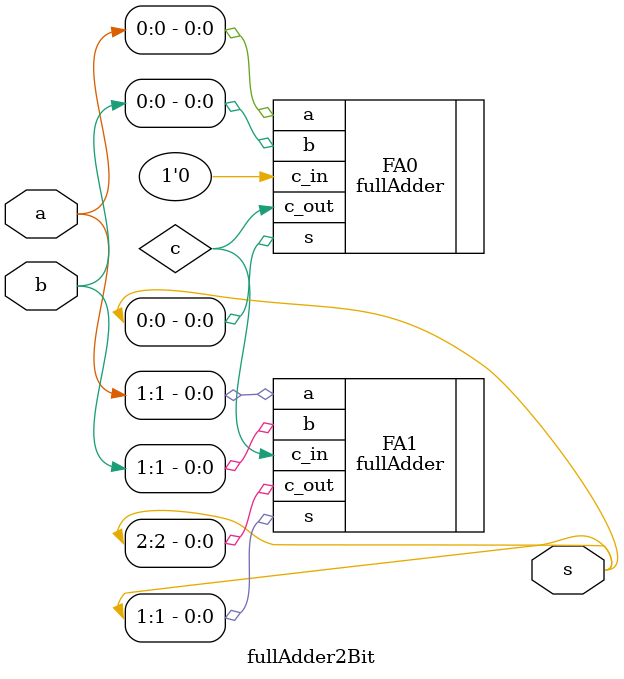
<source format=v>
module fullAdder2Bit (
	input [1:0]  a,
	input [1:0]  b,
	output [2:0] s
);

wire c;

fullAdder FA0(
	.c_in (1'b0),
	.a    (a[0]),
	.b    (b[0]),
	.s    (s[0]),
	.c_out(c)
);

fullAdder FA1(
	.c_in (c),
	.a    (a[1]),
	.b    (b[1]),
	.s    (s[1]),
	.c_out(s[2])
);

endmodule
</source>
